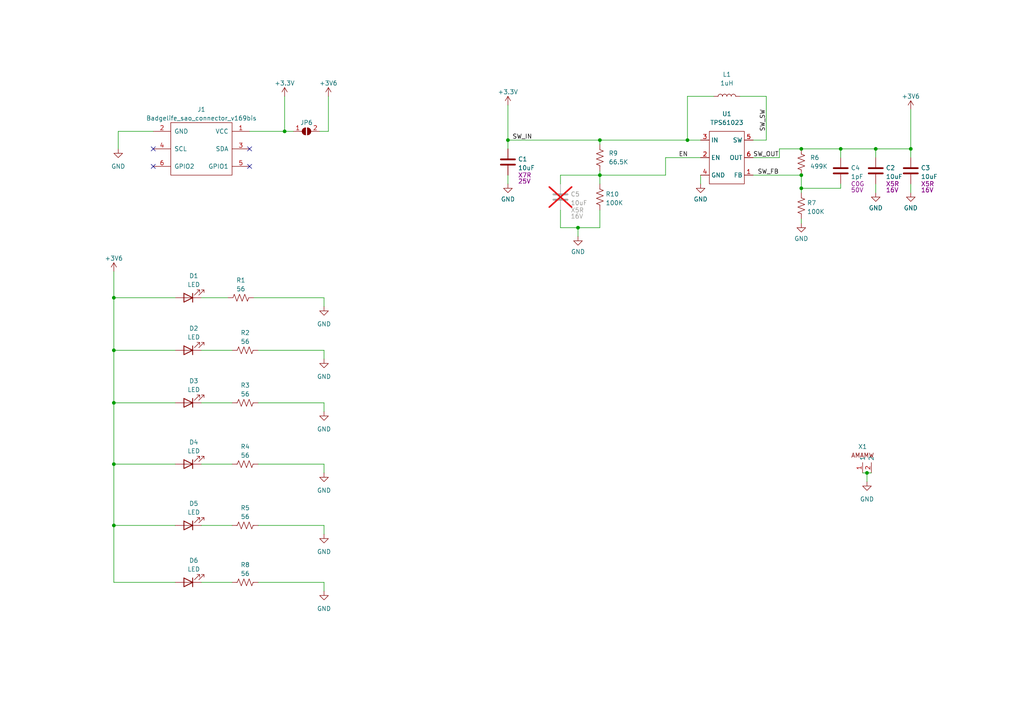
<source format=kicad_sch>
(kicad_sch (version 20231120) (generator "eeschema") (generator_version "8.0")
  (paper "A4")
  (lib_symbols
    (symbol "BadgePirates:+3V6" (power) (pin_names (offset 0))
      (property "Value" "+3V6" (at 0 3.556 0))
      (symbol "+3V6_0_1"
        (polyline (pts (xy -0.762 1.27) (xy 0 2.54)))
        (polyline (pts (xy 0 0) (xy 0 2.54)))
        (polyline (pts (xy 0 2.54) (xy 0.762 1.27)))
      )
      (symbol "+3V6_1_1"
        (pin power_in line (at 0 0 90) (length 0) hide (name "+3V6") (number "1"))
      )
    )
    (symbol "BadgePirates:AMAMW"
      (property "Reference" "X" (at 0 0 0))
      (symbol "AMAMW_1_1"
        (text "AMAMW" (at 0 -2.54 0) (effects (font (size 1.27 1.27))))
        (pin power_in line (at 0 -7.62 90) (length 3) (name "1") (number "1"))
        (pin power_in line (at 2.54 -7.62 90) (length 3) (name "2") (number "2"))
      )
    )
    (symbol "BadgePirates:Badgelife_sao_connector_v169bis" (pin_names (offset 1.016))
      (symbol "Badgelife_sao_connector_v169bis_0_1"
        (rectangle (start -7.62 8.89) (end 7.62 -8.89))
      )
      (symbol "Badgelife_sao_connector_v169bis_1_1"
        (pin input line (at -5.08 13.97 270) (length 5.08) (name "VCC") (number "1"))
        (pin input line (at -5.08 -13.97 90) (length 5.08) (name "GND") (number "2"))
        (pin input line (at 0 13.97 270) (length 5.08) (name "SDA") (number "3"))
        (pin input line (at 0 -13.97 90) (length 5.08) (name "SCL") (number "4"))
        (pin input line (at 5.08 13.97 270) (length 5.08) (name "GPIO1") (number "5"))
        (pin input line (at 5.08 -13.97 90) (length 5.08) (name "GPIO2") (number "6"))
      )
    )
    (symbol "BadgePirates:TPS61023"
      (property "Reference" "U" (at -1.27 1.27 0))
      (property "Value" "TPS61023" (at 0 -16.51 0))
      (symbol "TPS61023_0_1"
        (rectangle (start -5.08 0) (end 5.08 -15.24))
      )
      (symbol "TPS61023_1_1"
        (pin passive line (at 7.62 -12.7 180) (length 2.54) (name "FB") (number "1"))
        (pin passive line (at -7.62 -7.62 0) (length 2.54) (name "EN") (number "2"))
        (pin passive line (at -7.62 -2.54 0) (length 2.54) (name "IN") (number "3"))
        (pin passive line (at -7.62 -12.7 0) (length 2.54) (name "GND") (number "4"))
        (pin passive line (at 7.62 -2.54 180) (length 2.54) (name "SW") (number "5"))
        (pin passive line (at 7.62 -7.62 180) (length 2.54) (name "OUT") (number "6"))
      )
    )
    (symbol "Device:C" (pin_numbers hide) (pin_names (offset 0.254))
      (property "Reference" "C" (at 0.635 2.54 0))
      (property "Value" "C" (at 0.635 -2.54 0))
      (symbol "C_0_1"
        (polyline (pts (xy -2.032 -0.762) (xy 2.032 -0.762)) (stroke (width 0.508)))
        (polyline (pts (xy -2.032 0.762) (xy 2.032 0.762)) (stroke (width 0.508)))
      )
      (symbol "C_1_1"
        (pin passive line (at 0 3.81 270) (length 2.794) (name "~") (number "1"))
        (pin passive line (at 0 -3.81 90) (length 2.794) (name "~") (number "2"))
      )
    )
    (symbol "Device:L" (pin_numbers hide) (pin_names (offset 1.016) hide)
      (property "Reference" "L" (at -1.27 0 90))
      (property "Value" "L" (at 1.905 0 90))
      (symbol "L_0_1"
        (arc (start 0 -2.54) (mid 0.6323 -1.905) (end 0 -1.27))
        (arc (start 0 -1.27) (mid 0.6323 -0.635) (end 0 0))
        (arc (start 0 0) (mid 0.6323 0.635) (end 0 1.27))
        (arc (start 0 1.27) (mid 0.6323 1.905) (end 0 2.54))
      )
      (symbol "L_1_1"
        (pin passive line (at 0 3.81 270) (length 1.27) (name "1") (number "1"))
        (pin passive line (at 0 -3.81 90) (length 1.27) (name "2") (number "2"))
      )
    )
    (symbol "Device:LED" (pin_numbers hide) (pin_names (offset 1.016) hide)
      (property "Reference" "D" (at 0 2.54 0))
      (property "Value" "LED" (at 0 -2.54 0))
      (symbol "LED_0_1"
        (polyline (pts (xy -1.27 -1.27) (xy -1.27 1.27)) (stroke (width 0.254)))
        (polyline (pts (xy -1.27 0) (xy 1.27 0)))
        (polyline (pts (xy 1.27 -1.27) (xy 1.27 1.27) (xy -1.27 0) (xy 1.27 -1.27)) (stroke (width 0.254)))
        (polyline (pts (xy -3.048 -0.762) (xy -4.572 -2.286) (xy -3.81 -2.286) (xy -4.572 -2.286) (xy -4.572 -1.524)))
        (polyline (pts (xy -1.778 -0.762) (xy -3.302 -2.286) (xy -2.54 -2.286) (xy -3.302 -2.286) (xy -3.302 -1.524)))
      )
      (symbol "LED_1_1"
        (pin passive line (at -3.81 0 0) (length 2.54) (name "K") (number "1"))
        (pin passive line (at 3.81 0 180) (length 2.54) (name "A") (number "2"))
      )
    )
    (symbol "Device:R_US" (pin_numbers hide) (pin_names (offset 0))
      (property "Reference" "R" (at 2.54 0 90))
      (property "Value" "R_US" (at -2.54 0 90))
      (symbol "R_US_0_1"
        (polyline (pts (xy 0 -2.286) (xy 0 -2.54)))
        (polyline (pts (xy 0 2.286) (xy 0 2.54)))
        (polyline (pts (xy 0 -0.762) (xy 1.016 -1.143) (xy 0 -1.524) (xy -1.016 -1.905) (xy 0 -2.286)))
        (polyline (pts (xy 0 0.762) (xy 1.016 0.381) (xy 0 0) (xy -1.016 -0.381) (xy 0 -0.762)))
        (polyline (pts (xy 0 2.286) (xy 1.016 1.905) (xy 0 1.524) (xy -1.016 1.143) (xy 0 0.762)))
      )
      (symbol "R_US_1_1"
        (pin passive line (at 0 3.81 270) (length 1.27) (name "~") (number "1"))
        (pin passive line (at 0 -3.81 90) (length 1.27) (name "~") (number "2"))
      )
    )
    (symbol "Jumper:SolderJumper_2_Open" (pin_names (offset 0) hide)
      (property "Reference" "JP" (at 0 2.032 0))
      (property "Value" "SolderJumper_2_Open" (at 0 -2.54 0))
      (symbol "SolderJumper_2_Open_0_1"
        (arc (start -0.254 1.016) (mid -1.2656 0) (end -0.254 -1.016))
        (arc (start -0.254 1.016) (mid -1.2656 0) (end -0.254 -1.016) (fill (type outline)))
        (polyline (pts (xy -0.254 1.016) (xy -0.254 -1.016)))
        (polyline (pts (xy 0.254 1.016) (xy 0.254 -1.016)))
        (arc (start 0.254 -1.016) (mid 1.2656 0) (end 0.254 1.016))
        (arc (start 0.254 -1.016) (mid 1.2656 0) (end 0.254 1.016) (fill (type outline)))
      )
      (symbol "SolderJumper_2_Open_1_1"
        (pin passive line (at -3.81 0 0) (length 2.54) (name "A") (number "1"))
        (pin passive line (at 3.81 0 180) (length 2.54) (name "B") (number "2"))
      )
    )
    (symbol "power:+3.3V" (power) (pin_names (offset 0))
      (property "Value" "+3.3V" (at 0 3.556 0))
      (symbol "+3.3V_0_1"
        (polyline (pts (xy -0.762 1.27) (xy 0 2.54)))
        (polyline (pts (xy 0 0) (xy 0 2.54)))
        (polyline (pts (xy 0 2.54) (xy 0.762 1.27)))
      )
      (symbol "+3.3V_1_1"
        (pin power_in line (at 0 0 90) (length 0) hide (name "+3.3V") (number "1"))
      )
    )
    (symbol "power:GND" (power) (pin_names (offset 0))
      (property "Value" "GND" (at 0 -3.81 0))
      (symbol "GND_0_1"
        (polyline (pts (xy 0 0) (xy 0 -1.27) (xy 1.27 -1.27) (xy 0 -2.54) (xy -1.27 -1.27) (xy 0 -1.27)))
      )
      (symbol "GND_1_1"
        (pin power_in line (at 0 0 270) (length 0) hide (name "GND") (number "1"))
      )
    )
  )
  (junction (at 33.02 101.6))
  (junction (at 33.02 134.62))
  (junction (at 33.02 86.36))
  (junction (at 199.39 40.64))
  (junction (at 147.32 40.64))
  (junction (at 173.99 40.64))
  (junction (at 232.41 50.8))
  (junction (at 232.41 43.18))
  (junction (at 254 43.18))
  (junction (at 173.99 50.8))
  (junction (at 82.55 38.1))
  (junction (at 33.02 152.4))
  (junction (at 251.46 137.16))
  (junction (at 232.41 54.61))
  (junction (at 167.64 66.04))
  (junction (at 243.84 43.18))
  (junction (at 33.02 116.84))
  (junction (at 264.16 43.18))
  (no_connect (at 72.39 43.18))
  (no_connect (at 44.45 48.26))
  (no_connect (at 72.39 48.26))
  (no_connect (at 44.45 43.18))
  (wire (pts (xy 147.32 40.64) (xy 147.32 43.18)))
  (wire (pts (xy 193.04 50.8) (xy 173.99 50.8)))
  (wire (pts (xy 207.01 27.94) (xy 199.39 27.94)))
  (wire (pts (xy 167.64 66.04) (xy 173.99 66.04)))
  (wire (pts (xy 173.99 40.64) (xy 199.39 40.64)))
  (wire (pts (xy 243.84 43.18) (xy 254 43.18)))
  (wire (pts (xy 254 53.34) (xy 254 55.88)))
  (wire (pts (xy 93.98 152.4) (xy 74.93 152.4)))
  (wire (pts (xy 243.84 54.61) (xy 243.84 53.34)))
  (wire (pts (xy 226.06 45.72) (xy 226.06 43.18)))
  (wire (pts (xy 147.32 50.8) (xy 147.32 53.34)))
  (wire (pts (xy 226.06 43.18) (xy 232.41 43.18)))
  (wire (pts (xy 93.98 116.84) (xy 74.93 116.84)))
  (wire (pts (xy 193.04 45.72) (xy 203.2 45.72)))
  (wire (pts (xy 33.02 101.6) (xy 33.02 86.36)))
  (wire (pts (xy 264.16 53.34) (xy 264.16 55.88)))
  (wire (pts (xy 93.98 88.9) (xy 93.98 86.36)))
  (wire (pts (xy 93.98 168.91) (xy 74.93 168.91)))
  (wire (pts (xy 33.02 78.74) (xy 33.02 86.36)))
  (wire (pts (xy 33.02 152.4) (xy 33.02 168.91)))
  (wire (pts (xy 58.42 116.84) (xy 67.31 116.84)))
  (wire (pts (xy 264.16 31.75) (xy 264.16 43.18)))
  (wire (pts (xy 232.41 54.61) (xy 243.84 54.61)))
  (wire (pts (xy 218.44 45.72) (xy 226.06 45.72)))
  (wire (pts (xy 82.55 38.1) (xy 82.55 27.94)))
  (wire (pts (xy 173.99 66.04) (xy 173.99 60.96)))
  (wire (pts (xy 254 43.18) (xy 264.16 43.18)))
  (wire (pts (xy 93.98 134.62) (xy 74.93 134.62)))
  (wire (pts (xy 50.8 86.36) (xy 33.02 86.36)))
  (wire (pts (xy 93.98 104.14) (xy 93.98 101.6)))
  (wire (pts (xy 33.02 152.4) (xy 33.02 134.62)))
  (wire (pts (xy 251.46 137.16) (xy 250.19 137.16)))
  (wire (pts (xy 33.02 116.84) (xy 33.02 101.6)))
  (wire (pts (xy 50.8 116.84) (xy 33.02 116.84)))
  (wire (pts (xy 162.56 60.96) (xy 162.56 66.04)))
  (wire (pts (xy 58.42 134.62) (xy 67.31 134.62)))
  (wire (pts (xy 58.42 86.36) (xy 66.04 86.36)))
  (wire (pts (xy 232.41 54.61) (xy 232.41 55.88)))
  (wire (pts (xy 193.04 45.72) (xy 193.04 50.8)))
  (wire (pts (xy 232.41 64.77) (xy 232.41 63.5)))
  (wire (pts (xy 199.39 27.94) (xy 199.39 40.64)))
  (wire (pts (xy 73.66 86.36) (xy 93.98 86.36)))
  (wire (pts (xy 93.98 101.6) (xy 74.93 101.6)))
  (wire (pts (xy 50.8 168.91) (xy 33.02 168.91)))
  (wire (pts (xy 222.25 40.64) (xy 218.44 40.64)))
  (wire (pts (xy 199.39 40.64) (xy 203.2 40.64)))
  (wire (pts (xy 173.99 40.64) (xy 173.99 41.91)))
  (wire (pts (xy 147.32 30.48) (xy 147.32 40.64)))
  (wire (pts (xy 162.56 53.34) (xy 162.56 50.8)))
  (wire (pts (xy 50.8 101.6) (xy 33.02 101.6)))
  (wire (pts (xy 50.8 134.62) (xy 33.02 134.62)))
  (wire (pts (xy 58.42 168.91) (xy 67.31 168.91)))
  (wire (pts (xy 147.32 40.64) (xy 173.99 40.64)))
  (wire (pts (xy 93.98 119.38) (xy 93.98 116.84)))
  (wire (pts (xy 82.55 38.1) (xy 85.09 38.1)))
  (wire (pts (xy 214.63 27.94) (xy 222.25 27.94)))
  (wire (pts (xy 33.02 134.62) (xy 33.02 116.84)))
  (wire (pts (xy 93.98 154.94) (xy 93.98 152.4)))
  (wire (pts (xy 173.99 49.53) (xy 173.99 50.8)))
  (wire (pts (xy 173.99 50.8) (xy 173.99 53.34)))
  (wire (pts (xy 222.25 27.94) (xy 222.25 40.64)))
  (wire (pts (xy 93.98 171.45) (xy 93.98 168.91)))
  (wire (pts (xy 162.56 66.04) (xy 167.64 66.04)))
  (wire (pts (xy 58.42 152.4) (xy 67.31 152.4)))
  (wire (pts (xy 232.41 50.8) (xy 232.41 54.61)))
  (wire (pts (xy 254 43.18) (xy 254 45.72)))
  (wire (pts (xy 264.16 43.18) (xy 264.16 45.72)))
  (wire (pts (xy 95.25 38.1) (xy 92.71 38.1)))
  (wire (pts (xy 251.46 139.7) (xy 251.46 137.16)))
  (wire (pts (xy 162.56 50.8) (xy 173.99 50.8)))
  (wire (pts (xy 93.98 137.16) (xy 93.98 134.62)))
  (wire (pts (xy 34.29 38.1) (xy 34.29 43.18)))
  (wire (pts (xy 167.64 66.04) (xy 167.64 68.58)))
  (wire (pts (xy 218.44 50.8) (xy 232.41 50.8)))
  (wire (pts (xy 243.84 43.18) (xy 243.84 45.72)))
  (wire (pts (xy 44.45 38.1) (xy 34.29 38.1)))
  (wire (pts (xy 251.46 137.16) (xy 252.73 137.16)))
  (wire (pts (xy 72.39 38.1) (xy 82.55 38.1)))
  (wire (pts (xy 232.41 43.18) (xy 243.84 43.18)))
  (wire (pts (xy 203.2 50.8) (xy 203.2 53.34)))
  (wire (pts (xy 95.25 27.94) (xy 95.25 38.1)))
  (wire (pts (xy 50.8 152.4) (xy 33.02 152.4)))
  (wire (pts (xy 58.42 101.6) (xy 67.31 101.6)))
  (label "EN" (at 196.85 45.72 0))
  (label "SW_FB" (at 219.71 50.8 0))
  (label "SW_SW" (at 222.25 38.1 90))
  (label "SW_IN" (at 148.59 40.64 0))
  (label "SW_OUT" (at 218.44 45.72 0))
  (symbol (lib_id "Device:C") (at 162.56 57.15 0) (unit 1) (in_bom no) (dnp yes)
    (property "Reference" "C5" (at 165.481 56.3153 0) (effects (justify left)))
    (property "Value" "10uF" (at 165.481 58.8522 0) (effects (justify left)))
    (property "Footprint" "Capacitor_SMD:C_0805_2012Metric_Pad1.18x1.45mm_HandSolder" (effects (hide yes)))
    (property "Datasheet" "https://media.digikey.com/pdf/Data%20Sheets/Samsung%20PDFs/CL21A106KOQNNNE_Spec.pdf" (effects (hide yes)))
    (property "Rating" "X5R" (at 165.481 60.96 0) (effects (justify left)))
    (property "Voltage" "16V" (at 165.481 62.73 0) (effects (justify left)))
    (property "MFG" "Samsung Electro-Mechanics" (effects (hide yes)))
    (property "MPN" "CL21A106KOQNNNE" (effects (hide yes)))
    (property "Vendor 1" "LCSC" (effects (hide yes)))
    (property "Vendor PN 1" "C1713" (effects (hide yes)))
    (property "Vendor 2" "DigiKey" (effects (hide yes)))
    (property "Vendor PN 2" "1276-1096-2-ND" (effects (hide yes)))
  )
  (symbol (lib_id "power:GND") (at 264.16 55.88 0) (unit 1)
    (property "Reference" "#PWR015" (effects (hide yes)))
    (property "Value" "GND" (at 264.16 60.3234 0))
  )
  (symbol (lib_id "BadgePirates:Badgelife_sao_connector_v169bis") (at 58.42 43.18 270) (unit 1)
    (property "Reference" "J1" (at 58.42 31.75 90))
    (property "Value" "Badgelife_sao_connector_v169bis" (at 58.42 34.29 90))
    (property "Footprint" "BadgePirateFootprints:Badgelife-SAOv169-SAO_Side_B.SLK" (effects (hide yes)))
    (property "Datasheet" "https://www.cvilux.com/uploads/spec/100/291/SPCH031.pdf" (effects (hide yes)))
    (property "MFG" "Cvilux USA" (effects (hide yes)))
    (property "MPN" "CH87062V200" (effects (hide yes)))
    (property "Vendor 1" "Digikey" (effects (hide yes)))
    (property "Vendor PN 1" "2987-CH87062V200-ND" (effects (hide yes)))
    (property "Vendor 2" "LCSC" (effects (hide yes)))
    (property "Vendor PN 2" "C692422" (effects (hide yes)))
  )
  (symbol (lib_id "power:GND") (at 232.41 64.77 0) (unit 1)
    (property "Reference" "#PWR012" (effects (hide yes)))
    (property "Value" "GND" (at 232.41 69.2134 0))
  )
  (symbol (lib_id "BadgePirates:+3V6") (at 95.25 27.94 0) (unit 1)
    (property "Reference" "#PWR016" (effects (hide yes)))
    (property "Value" "+3V6" (at 95.25 24.13 0))
  )
  (symbol (lib_id "Device:R_US") (at 232.41 46.99 0) (unit 1)
    (property "Reference" "R6" (at 234.95 45.7199 0) (effects (justify left)))
    (property "Value" "499K" (at 234.95 48.2599 0) (effects (justify left)))
    (property "Footprint" "Resistor_SMD:R_0805_2012Metric_Pad1.20x1.40mm_HandSolder" (effects (hide yes)))
    (property "Datasheet" "https://www.yageo.com/upload/media/product/productsearch/datasheet/rchip/PYu-RC_Group_51_RoHS_L_12.pdf" (effects (hide yes)))
    (property "MFG" "YAGEO" (effects (hide yes)))
    (property "MPN" "RC0805FR-07499KL" (effects (hide yes)))
    (property "Vendor 1" "LCSC" (effects (hide yes)))
    (property "Vendor PN 1" "C274360" (effects (hide yes)))
    (property "Vendor 2" "DigiKey" (effects (hide yes)))
    (property "Vendor PN 2" "311-499KCRTR-ND" (effects (hide yes)))
  )
  (symbol (lib_id "Device:LED") (at 54.61 152.4 180) (unit 1)
    (property "Reference" "D5" (at 56.1975 146.05 0))
    (property "Value" "LED" (at 56.1975 148.59 0))
    (property "Footprint" "BadgePirates:LED_0807" (effects (hide yes)))
    (property "Datasheet" "https://www.aliexpress.us/item/3256805107203795.html" (effects (hide yes)))
    (property "MPN" "https://www.aliexpress.us/item/3256805107203795.html" (effects (hide yes)))
    (property "MFG" "B.D.Q. Electronics" (effects (hide yes)))
    (property "Vendor 1" "AliExpress" (effects (hide yes)))
    (property "Vendor PN 1" "3256805107203795" (effects (hide yes)))
  )
  (symbol (lib_id "BadgePirates:+3V6") (at 33.02 78.74 0) (unit 1)
    (property "Reference" "#PWR014" (effects (hide yes)))
    (property "Value" "+3V6" (at 33.02 74.93 0))
  )
  (symbol (lib_id "Jumper:SolderJumper_2_Open") (at 88.9 38.1 0) (unit 1) (in_bom no)
    (property "Reference" "JP6" (at 88.9 35.56 0))
    (property "Value" "SolderJumper_2_Open" (effects (hide yes)))
    (property "Footprint" "Jumper:SolderJumper-2_P1.3mm_Open_TrianglePad1.0x1.5mm" (effects (hide yes)))
  )
  (symbol (lib_id "power:GND") (at 203.2 53.34 0) (unit 1)
    (property "Reference" "#PWR011" (effects (hide yes)))
    (property "Value" "GND" (at 203.2 57.7834 0))
  )
  (symbol (lib_id "power:GND") (at 93.98 154.94 0) (unit 1)
    (property "Reference" "#PWR07" (effects (hide yes)))
    (property "Value" "GND" (at 93.98 160.02 0))
  )
  (symbol (lib_id "power:GND") (at 147.32 53.34 0) (unit 1)
    (property "Reference" "#PWR09" (effects (hide yes)))
    (property "Value" "GND" (at 147.32 57.7834 0))
  )
  (symbol (lib_id "power:GND") (at 93.98 104.14 0) (unit 1)
    (property "Reference" "#PWR04" (effects (hide yes)))
    (property "Value" "GND" (at 93.98 109.22 0))
  )
  (symbol (lib_id "Device:C") (at 254 49.53 0) (unit 1)
    (property "Reference" "C2" (at 256.921 48.6953 0) (effects (justify left)))
    (property "Value" "10uF" (at 256.921 51.2322 0) (effects (justify left)))
    (property "Footprint" "Capacitor_SMD:C_0805_2012Metric_Pad1.18x1.45mm_HandSolder" (effects (hide yes)))
    (property "Datasheet" "https://media.digikey.com/pdf/Data%20Sheets/Samsung%20PDFs/CL21A106KOQNNNE_Spec.pdf" (effects (hide yes)))
    (property "Rating" "X5R" (at 256.921 53.34 0) (effects (justify left)))
    (property "Voltage" "16V" (at 256.921 55.11 0) (effects (justify left)))
    (property "MFG" "Samsung Electro-Mechanics" (effects (hide yes)))
    (property "MPN" "CL21A106KOQNNNE" (effects (hide yes)))
    (property "Vendor 1" "LCSC" (effects (hide yes)))
    (property "Vendor PN 1" "C1713" (effects (hide yes)))
    (property "Vendor 2" "DigiKey" (effects (hide yes)))
    (property "Vendor PN 2" "1276-1096-2-ND" (effects (hide yes)))
  )
  (symbol (lib_id "Device:C") (at 243.84 49.53 0) (unit 1)
    (property "Reference" "C4" (at 246.761 48.6953 0) (effects (justify left)))
    (property "Value" "1pF" (at 246.761 51.2322 0) (effects (justify left)))
    (property "Footprint" "Capacitor_SMD:C_0603_1608Metric_Pad1.08x0.95mm_HandSolder" (effects (hide yes)))
    (property "Datasheet" "https://www.lcsc.com/datasheet/lcsc_datasheet_2304140030_CCTC-TCC0603COG1R0C500CT_C282497.pdf" (effects (hide yes)))
    (property "Rating" "C0G" (at 246.761 53.34 0) (effects (justify left)))
    (property "Voltage" "50V" (at 246.761 55.11 0) (effects (justify left)))
    (property "MFG" "CCTC" (effects (hide yes)))
    (property "MPN" "TCC0603COG1R0C500CT" (effects (hide yes)))
    (property "Vendor 1" "LCSC" (effects (hide yes)))
    (property "Vendor PN 1" "C282497" (effects (hide yes)))
  )
  (symbol (lib_id "power:GND") (at 93.98 119.38 0) (unit 1)
    (property "Reference" "#PWR05" (effects (hide yes)))
    (property "Value" "GND" (at 93.98 124.46 0))
  )
  (symbol (lib_id "Device:L") (at 210.82 27.94 90) (unit 1)
    (property "Reference" "L1" (at 210.82 21.59 90))
    (property "Value" "1uH" (at 210.82 24.13 90))
    (property "Footprint" "Inductor_SMD:L_Chilisin_BMRx00060630" (effects (hide yes)))
    (property "Datasheet" "https://datasheet.lcsc.com/lcsc/2211290930_XR-XRCD54-1R0M_C5289411.pdf" (effects (hide yes)))
    (property "MFG" "XR" (effects (hide yes)))
    (property "MPN" "XRCD54-1R0M" (effects (hide yes)))
    (property "Vendor 1" "LCSC" (effects (hide yes)))
    (property "Vendor PN 1" "C5289411" (effects (hide yes)))
  )
  (symbol (lib_id "power:GND") (at 167.64 68.58 0) (unit 1)
    (property "Reference" "#PWR019" (effects (hide yes)))
    (property "Value" "GND" (at 167.64 73.0234 0))
  )
  (symbol (lib_id "Device:LED") (at 54.61 86.36 180) (unit 1)
    (property "Reference" "D1" (at 56.1975 80.01 0))
    (property "Value" "LED" (at 56.1975 82.55 0))
    (property "Footprint" "BadgePirates:LED_0807" (effects (hide yes)))
    (property "Datasheet" "https://www.aliexpress.us/item/3256805107203795.html" (effects (hide yes)))
    (property "MPN" "https://www.aliexpress.us/item/3256805107203795.html" (effects (hide yes)))
    (property "MFG" "B.D.Q. Electronics" (effects (hide yes)))
    (property "Vendor 1" "AliExpress" (effects (hide yes)))
    (property "Vendor PN 1" "3256805107203795" (effects (hide yes)))
  )
  (symbol (lib_id "power:GND") (at 34.29 43.18 0) (unit 1)
    (property "Reference" "#PWR01" (effects (hide yes)))
    (property "Value" "GND" (at 34.29 48.26 0))
  )
  (symbol (lib_id "Device:R_US") (at 173.99 45.72 0) (unit 1)
    (property "Reference" "R9" (at 176.53 44.4499 0) (effects (justify left)))
    (property "Value" "66.5K" (at 176.53 46.9899 0) (effects (justify left)))
    (property "Footprint" "Resistor_SMD:R_0805_2012Metric_Pad1.20x1.40mm_HandSolder" (effects (hide yes)))
    (property "Datasheet" "https://www.lcsc.com/datasheet/lcsc_datasheet_2308241947_FOJAN-FRC0805J623TS_C2930305.pdf" (effects (hide yes)))
    (property "MFG" "FOJAN" (effects (hide yes)))
    (property "MPN" "FRC0805J623TS" (effects (hide yes)))
    (property "Vendor 1" "LCSC" (effects (hide yes)))
    (property "Vendor PN 1" "C2930305" (effects (hide yes)))
    (property "Vendor 2" "DigiKey" (effects (hide yes)))
  )
  (symbol (lib_id "Device:R_US") (at 173.99 57.15 0) (unit 1)
    (property "Reference" "R10" (at 175.641 56.3153 0) (effects (justify left)))
    (property "Value" "100K" (at 175.641 58.8522 0) (effects (justify left)))
    (property "Footprint" "Resistor_SMD:R_0805_2012Metric_Pad1.20x1.40mm_HandSolder" (effects (hide yes)))
    (property "Datasheet" "https://www.yageo.com/upload/media/product/productsearch/datasheet/rchip/PYu-RC_Group_51_RoHS_L_12.pdf" (effects (hide yes)))
    (property "MFG" "YAGEO" (effects (hide yes)))
    (property "MPN" "RC0805FR-07100KL" (effects (hide yes)))
    (property "Vendor 1" "LCSC" (effects (hide yes)))
    (property "Vendor PN 1" "C3152173" (effects (hide yes)))
    (property "Vendor 2" "DigiKey" (effects (hide yes)))
    (property "Vendor PN 2" "311-100KCRCT-ND" (effects (hide yes)))
  )
  (symbol (lib_id "Device:R_US") (at 71.12 116.84 90) (unit 1)
    (property "Reference" "R3" (at 71.12 111.76 90))
    (property "Value" "56" (at 71.12 114.3 90))
    (property "Footprint" "Resistor_SMD:R_0805_2012Metric_Pad1.20x1.40mm_HandSolder" (effects (hide yes)))
    (property "Datasheet" "https://www.yageo.com/upload/media/product/productsearch/datasheet/rchip/PYu-RC_Group_51_RoHS_L_12.pdf" (effects (hide yes)))
    (property "MFG" "YAGEO" (effects (hide yes)))
    (property "MPN" "RC0805JR-0756RL" (effects (hide yes)))
    (property "Vendor 1" "LCSC" (effects (hide yes)))
    (property "Vendor PN 1" "C113305" (effects (hide yes)))
    (property "Vendor 2" "DigiKey" (effects (hide yes)))
    (property "Vendor PN 2" "311-56ARCT-ND" (effects (hide yes)))
  )
  (symbol (lib_id "power:+3.3V") (at 82.55 27.94 0) (unit 1)
    (property "Reference" "#PWR02" (effects (hide yes)))
    (property "Value" "+3.3V" (at 82.55 24.13 0))
  )
  (symbol (lib_id "Device:R_US") (at 71.12 168.91 90) (unit 1)
    (property "Reference" "R8" (at 71.12 163.83 90))
    (property "Value" "56" (at 71.12 166.37 90))
    (property "Footprint" "Resistor_SMD:R_0805_2012Metric_Pad1.20x1.40mm_HandSolder" (effects (hide yes)))
    (property "Datasheet" "https://www.yageo.com/upload/media/product/productsearch/datasheet/rchip/PYu-RC_Group_51_RoHS_L_12.pdf" (effects (hide yes)))
    (property "MFG" "YAGEO" (effects (hide yes)))
    (property "MPN" "RC0805JR-0756RL" (effects (hide yes)))
    (property "Vendor 1" "LCSC" (effects (hide yes)))
    (property "Vendor PN 1" "C113305" (effects (hide yes)))
    (property "Vendor 2" "DigiKey" (effects (hide yes)))
    (property "Vendor PN 2" "311-56ARCT-ND" (effects (hide yes)))
  )
  (symbol (lib_id "power:GND") (at 254 55.88 0) (unit 1)
    (property "Reference" "#PWR013" (effects (hide yes)))
    (property "Value" "GND" (at 254 60.3234 0))
  )
  (symbol (lib_id "BadgePirates:AMAMW") (at 250.19 129.54 0) (unit 1) (in_bom no)
    (property "Reference" "X1" (at 250.19 129.54 0))
    (property "Footprint" "drawing:AMAMW" (effects (hide yes)))
  )
  (symbol (lib_id "Device:C") (at 147.32 46.99 0) (unit 1)
    (property "Reference" "C1" (at 150.241 46.1553 0) (effects (justify left)))
    (property "Value" "10uF" (at 150.241 48.6922 0) (effects (justify left)))
    (property "Footprint" "Capacitor_SMD:C_1206_3216Metric_Pad1.33x1.80mm_HandSolder" (effects (hide yes)))
    (property "Rating" "X7R" (at 150.241 50.8 0) (effects (justify left)))
    (property "Voltage" "25V" (at 150.241 52.57 0) (effects (justify left)))
    (property "MFG" "CCTC " (effects (hide yes)))
    (property "MPN" "TCC1206X7R106M250HT" (effects (hide yes)))
    (property "Vendor 1" "LCSC" (effects (hide yes)))
    (property "Vendor PN 1" "C5448932" (effects (hide yes)))
  )
  (symbol (lib_id "power:+3.3V") (at 147.32 30.48 0) (unit 1)
    (property "Reference" "#PWR08" (effects (hide yes)))
    (property "Value" "+3.3V" (at 147.32 26.67 0))
  )
  (symbol (lib_id "Device:C") (at 264.16 49.53 0) (unit 1)
    (property "Reference" "C3" (at 267.081 48.6953 0) (effects (justify left)))
    (property "Value" "10uF" (at 267.081 51.2322 0) (effects (justify left)))
    (property "Footprint" "Capacitor_SMD:C_0805_2012Metric_Pad1.18x1.45mm_HandSolder" (effects (hide yes)))
    (property "Datasheet" "https://media.digikey.com/pdf/Data%20Sheets/Samsung%20PDFs/CL21A106KOQNNNE_Spec.pdf" (effects (hide yes)))
    (property "Rating" "X5R" (at 267.081 53.34 0) (effects (justify left)))
    (property "Voltage" "16V" (at 267.081 55.11 0) (effects (justify left)))
    (property "MFG" "Samsung Electro-Mechanics" (effects (hide yes)))
    (property "MPN" "CL21A106KOQNNNE" (effects (hide yes)))
    (property "Vendor 1" "LCSC" (effects (hide yes)))
    (property "Vendor PN 1" "C1713" (effects (hide yes)))
    (property "Vendor 2" "DigiKey" (effects (hide yes)))
    (property "Vendor PN 2" "1276-1096-2-ND" (effects (hide yes)))
  )
  (symbol (lib_id "Device:LED") (at 54.61 168.91 180) (unit 1)
    (property "Reference" "D6" (at 56.1975 162.56 0))
    (property "Value" "LED" (at 56.1975 165.1 0))
    (property "Footprint" "BadgePirates:LED_0807" (effects (hide yes)))
    (property "Datasheet" "https://www.aliexpress.us/item/3256805107203795.html" (effects (hide yes)))
    (property "MPN" "https://www.aliexpress.us/item/3256805107203795.html" (effects (hide yes)))
    (property "MFG" "B.D.Q. Electronics" (effects (hide yes)))
    (property "Vendor 1" "AliExpress" (effects (hide yes)))
    (property "Vendor PN 1" "3256805107203795" (effects (hide yes)))
  )
  (symbol (lib_id "power:GND") (at 93.98 137.16 0) (unit 1)
    (property "Reference" "#PWR06" (effects (hide yes)))
    (property "Value" "GND" (at 93.98 142.24 0))
  )
  (symbol (lib_id "Device:R_US") (at 69.85 86.36 90) (unit 1)
    (property "Reference" "R1" (at 69.85 81.28 90))
    (property "Value" "56" (at 69.85 83.82 90))
    (property "Footprint" "Resistor_SMD:R_0805_2012Metric_Pad1.20x1.40mm_HandSolder" (effects (hide yes)))
    (property "Datasheet" "https://www.yageo.com/upload/media/product/productsearch/datasheet/rchip/PYu-RC_Group_51_RoHS_L_12.pdf" (effects (hide yes)))
    (property "MFG" "YAGEO" (effects (hide yes)))
    (property "MPN" "RC0805JR-0756RL" (effects (hide yes)))
    (property "Vendor 1" "LCSC" (effects (hide yes)))
    (property "Vendor PN 1" "C113305" (effects (hide yes)))
    (property "Vendor 2" "DigiKey" (effects (hide yes)))
    (property "Vendor PN 2" "311-56ARCT-ND" (effects (hide yes)))
  )
  (symbol (lib_id "Device:R_US") (at 232.41 59.69 0) (unit 1)
    (property "Reference" "R7" (at 234.061 58.8553 0) (effects (justify left)))
    (property "Value" "100K" (at 234.061 61.3922 0) (effects (justify left)))
    (property "Footprint" "Resistor_SMD:R_0805_2012Metric_Pad1.20x1.40mm_HandSolder" (effects (hide yes)))
    (property "Datasheet" "https://www.yageo.com/upload/media/product/productsearch/datasheet/rchip/PYu-RC_Group_51_RoHS_L_12.pdf" (effects (hide yes)))
    (property "MFG" "YAGEO" (effects (hide yes)))
    (property "MPN" "RC0805FR-07100KL" (effects (hide yes)))
    (property "Vendor 1" "LCSC" (effects (hide yes)))
    (property "Vendor PN 1" "C3152173" (effects (hide yes)))
    (property "Vendor 2" "DigiKey" (effects (hide yes)))
    (property "Vendor PN 2" "311-100KCRCT-ND" (effects (hide yes)))
  )
  (symbol (lib_id "Device:LED") (at 54.61 134.62 180) (unit 1)
    (property "Reference" "D4" (at 56.1975 128.27 0))
    (property "Value" "LED" (at 56.1975 130.81 0))
    (property "Footprint" "BadgePirates:LED_0807" (effects (hide yes)))
    (property "Datasheet" "https://www.aliexpress.us/item/3256805107203795.html" (effects (hide yes)))
    (property "MPN" "https://www.aliexpress.us/item/3256805107203795.html" (effects (hide yes)))
    (property "MFG" "B.D.Q. Electronics" (effects (hide yes)))
    (property "Vendor 1" "AliExpress" (effects (hide yes)))
    (property "Vendor PN 1" "3256805107203795" (effects (hide yes)))
  )
  (symbol (lib_id "Device:R_US") (at 71.12 134.62 90) (unit 1)
    (property "Reference" "R4" (at 71.12 129.54 90))
    (property "Value" "56" (at 71.12 132.08 90))
    (property "Footprint" "Resistor_SMD:R_0805_2012Metric_Pad1.20x1.40mm_HandSolder" (effects (hide yes)))
    (property "Datasheet" "https://www.yageo.com/upload/media/product/productsearch/datasheet/rchip/PYu-RC_Group_51_RoHS_L_12.pdf" (effects (hide yes)))
    (property "MFG" "YAGEO" (effects (hide yes)))
    (property "MPN" "RC0805JR-0756RL" (effects (hide yes)))
    (property "Vendor 1" "LCSC" (effects (hide yes)))
    (property "Vendor PN 1" "C113305" (effects (hide yes)))
    (property "Vendor 2" "DigiKey" (effects (hide yes)))
    (property "Vendor PN 2" "311-56ARCT-ND" (effects (hide yes)))
  )
  (symbol (lib_id "power:GND") (at 93.98 171.45 0) (unit 1)
    (property "Reference" "#PWR018" (effects (hide yes)))
    (property "Value" "GND" (at 93.98 176.53 0))
  )
  (symbol (lib_id "Device:LED") (at 54.61 101.6 180) (unit 1)
    (property "Reference" "D2" (at 56.1975 95.25 0))
    (property "Value" "LED" (at 56.1975 97.79 0))
    (property "Footprint" "BadgePirates:LED_0807" (effects (hide yes)))
    (property "Datasheet" "https://www.aliexpress.us/item/3256805107203795.html" (effects (hide yes)))
    (property "MPN" "https://www.aliexpress.us/item/3256805107203795.html" (effects (hide yes)))
    (property "MFG" "B.D.Q. Electronics" (effects (hide yes)))
    (property "Vendor 1" "AliExpress" (effects (hide yes)))
    (property "Vendor PN 1" "3256805107203795" (effects (hide yes)))
  )
  (symbol (lib_id "Device:R_US") (at 71.12 152.4 90) (unit 1)
    (property "Reference" "R5" (at 71.12 147.32 90))
    (property "Value" "56" (at 71.12 149.86 90))
    (property "Footprint" "Resistor_SMD:R_0805_2012Metric_Pad1.20x1.40mm_HandSolder" (effects (hide yes)))
    (property "Datasheet" "https://www.yageo.com/upload/media/product/productsearch/datasheet/rchip/PYu-RC_Group_51_RoHS_L_12.pdf" (effects (hide yes)))
    (property "MFG" "YAGEO" (effects (hide yes)))
    (property "MPN" "RC0805JR-0756RL" (effects (hide yes)))
    (property "Vendor 1" "LCSC" (effects (hide yes)))
    (property "Vendor PN 1" "C113305" (effects (hide yes)))
    (property "Vendor 2" "DigiKey" (effects (hide yes)))
    (property "Vendor PN 2" "311-56ARCT-ND" (effects (hide yes)))
  )
  (symbol (lib_id "Device:R_US") (at 71.12 101.6 90) (unit 1)
    (property "Reference" "R2" (at 71.12 96.52 90))
    (property "Value" "56" (at 71.12 99.06 90))
    (property "Footprint" "Resistor_SMD:R_0805_2012Metric_Pad1.20x1.40mm_HandSolder" (effects (hide yes)))
    (property "Datasheet" "https://www.yageo.com/upload/media/product/productsearch/datasheet/rchip/PYu-RC_Group_51_RoHS_L_12.pdf" (effects (hide yes)))
    (property "MFG" "YAGEO" (effects (hide yes)))
    (property "MPN" "RC0805JR-0756RL" (effects (hide yes)))
    (property "Vendor 1" "LCSC" (effects (hide yes)))
    (property "Vendor PN 1" "C113305" (effects (hide yes)))
    (property "Vendor 2" "DigiKey" (effects (hide yes)))
    (property "Vendor PN 2" "311-56ARCT-ND" (effects (hide yes)))
  )
  (symbol (lib_id "Device:LED") (at 54.61 116.84 180) (unit 1)
    (property "Reference" "D3" (at 56.1975 110.49 0))
    (property "Value" "LED" (at 56.1975 113.03 0))
    (property "Footprint" "BadgePirates:LED_0807" (effects (hide yes)))
    (property "Datasheet" "https://www.aliexpress.us/item/3256805107203795.html" (effects (hide yes)))
    (property "MPN" "https://www.aliexpress.us/item/3256805107203795.html" (effects (hide yes)))
    (property "MFG" "B.D.Q. Electronics" (effects (hide yes)))
    (property "Vendor 1" "AliExpress" (effects (hide yes)))
    (property "Vendor PN 1" "3256805107203795" (effects (hide yes)))
  )
  (symbol (lib_id "BadgePirates:+3V6") (at 264.16 31.75 0) (unit 1)
    (property "Reference" "#PWR010" (effects (hide yes)))
    (property "Value" "+3V6" (at 264.16 27.94 0))
  )
  (symbol (lib_id "power:GND") (at 93.98 88.9 0) (unit 1)
    (property "Reference" "#PWR03" (effects (hide yes)))
    (property "Value" "GND" (at 93.98 93.98 0))
  )
  (symbol (lib_id "BadgePirates:TPS61023") (at 210.82 38.1 0) (unit 1)
    (property "Reference" "U1" (at 210.82 33.02 0))
    (property "Value" "TPS61023" (at 210.82 35.56 0))
    (property "Footprint" "Package_TO_SOT_SMD:SOT-563" (effects (hide yes)))
    (property "Datasheet" "https://www.ti.com/lit/ds/symlink/tps61023.pdf" (effects (hide yes)))
    (property "MFG" "Texas Instruments" (effects (hide yes)))
    (property "MPN" "TPS61023DRLR" (effects (hide yes)))
    (property "Vendor 1" "LCSC" (effects (hide yes)))
    (property "Vendor PN 1" "C919459" (effects (hide yes)))
    (property "Vendor 2" "DigiKey" (effects (hide yes)))
    (property "Vendor PN 2" "296-TPS61023DRLRCT-ND" (effects (hide yes)))
  )
  (symbol (lib_id "power:GND") (at 251.46 139.7 0) (unit 1)
    (property "Reference" "#PWR017" (effects (hide yes)))
    (property "Value" "GND" (at 251.46 144.78 0))
  )
)
</source>
